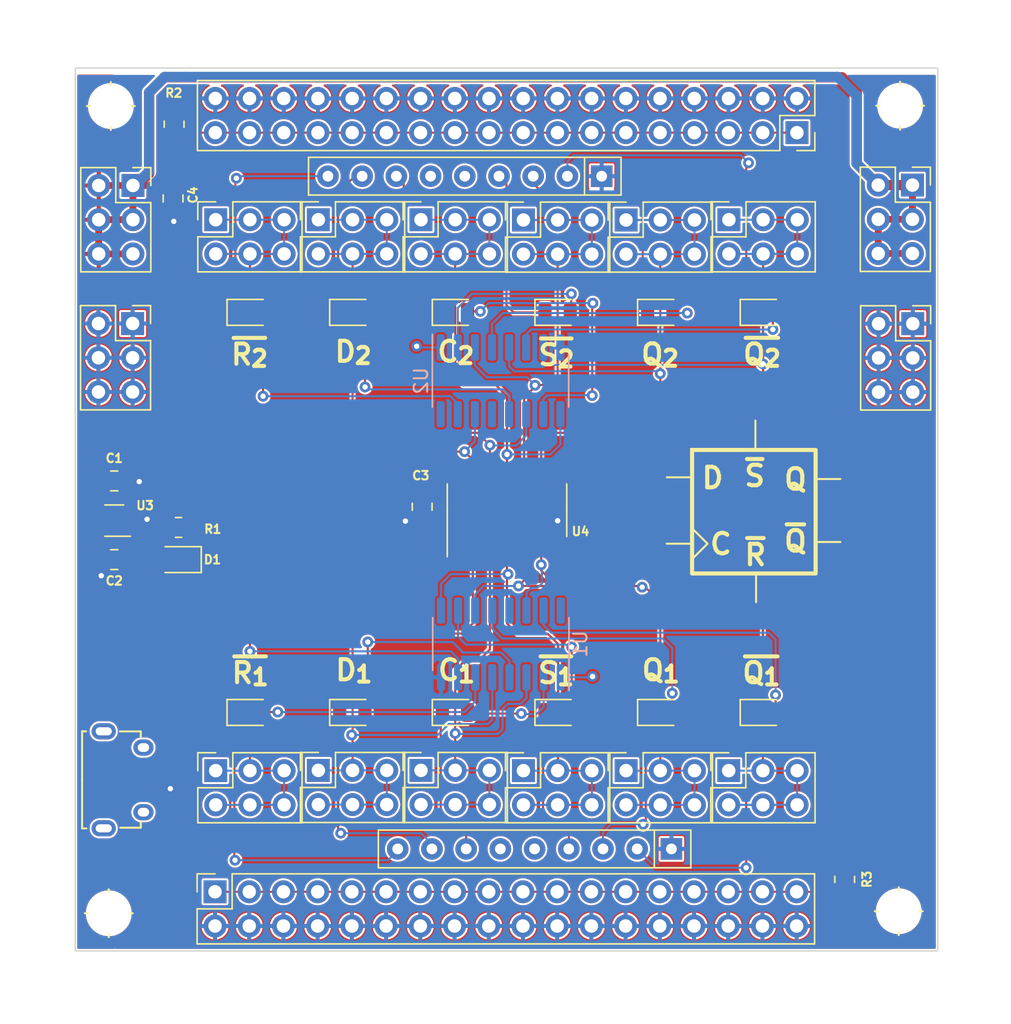
<source format=kicad_pcb>
(kicad_pcb (version 20211014) (generator pcbnew)
  (layers (0 "F.Cu" signal) (31 "B.Cu" signal) (34 "B.Paste" user) (35 "F.Paste" user) (36 "B.SilkS" user "B.Silkscreen") (37 "F.SilkS" user "F.Silkscreen") (38 "B.Mask" user) (39 "F.Mask" user) (44 "Edge.Cuts" user))
  (net 0 "")
  (net 1 "VDD_IN")
  (net 2 "GND")
  (net 3 "VDD")
  (net 4 "A1")
  (net 5 "B1")
  (net 6 "C1")
  (net 7 "A2")
  (net 8 "B2")
  (net 9 "C2")
  (net 10 "A3")
  (net 11 "B3")
  (net 12 "C3")
  (net 13 "A4")
  (net 14 "B4")
  (net 15 "C4")
  (net 16 "Net-(D1-Pad1)")
  (net 17 "Net-(D2-Pad2)")
  (net 18 "Net-(D4-Pad2)")
  (net 19 "Net-(D6-Pad2)")
  (net 23 "Net-(J8-Pad1)")
  (net 24 "Net-(J9-Pad1)")
  (net 26 "Net-(D2-Pad1)")
  (net 27 "Net-(D4-Pad1)")
  (net 28 "Net-(D6-Pad1)")
  (net 29 "Net-(D3-Pad2)")
  (net 30 "Net-(D5-Pad2)")
  (net 31 "Net-(D3-Pad1)")
  (net 32 "Net-(D7-Pad2)")
  (net 33 "Net-(D5-Pad1)")
  (net 34 "Net-(D8-Pad2)")
  (net 35 "Net-(D7-Pad1)")
  (net 36 "Net-(D9-Pad2)")
  (net 37 "Net-(D10-Pad2)")
  (net 38 "Net-(D12-Pad2)")
  (net 39 "Net-(D11-Pad2)")
  (net 40 "Net-(D13-Pad1)")
  (net 41 "Net-(D11-Pad1)")
  (net 42 "Net-(D13-Pad2)")
  (net 43 "Net-(D8-Pad1)")
  (net 44 "Net-(D9-Pad1)")
  (net 45 "Net-(D10-Pad1)")
  (net 46 "Net-(D12-Pad1)")
  (footprint "Capacitor_SMD:C_0805_2012Metric" (layer "F.Cu") (at 126.5936 87.185802)
    (fp_text reference "C2")
    (fp_text value "10uF")
  )
  (footprint "mylib:hole_3mm" (layer "F.Cu") (at 126.1872 113.4364)
    (fp_text reference "")
    (fp_text value "hole_3mm")
  )
  (footprint "Connector_PinSocket_2.54mm:PinSocket_2x03_P2.54mm_Vertical" (layer "F.Cu") (at 185.8772 69.6722)
    (fp_text reference "J13" hide)
    (fp_text value "Conn_02x03_Odd_Even")
  )
  (footprint "Connector_PinSocket_2.54mm:PinSocket_2x03_P2.54mm_Vertical" (layer "F.Cu") (at 141.747011 102.829995 90)
    (fp_text reference "J6" hide)
    (fp_text value "Conn_02x03_Odd_Even")
  )
  (footprint "Capacitor_SMD:C_0805_2012Metric" (layer "F.Cu") (at 149.4536 83.2612 -90)
    (fp_text reference "C3")
    (fp_text value "100nF")
  )
  (footprint "Connector_PinSocket_2.54mm:PinSocket_2x03_P2.54mm_Vertical" (layer "F.Cu") (at 141.747011 61.95601 90)
    (fp_text reference "J3" hide)
    (fp_text value "Conn_02x03_Odd_Even")
  )
  (footprint "Capacitor_SMD:C_0805_2012Metric" (layer "F.Cu") (at 126.5936 81.343802)
    (fp_text reference "C1")
    (fp_text value "100nF")
  )
  (footprint "LED_SMD:LED_0805_2012Metric" (layer "F.Cu") (at 174.752 68.834)
    (fp_text reference "D12" hide)
    (fp_text value "LED_Small")
  )
  (footprint "Resistor_THT:R_Array_SIP9" (layer "F.Cu") (at 162.7782 58.7248 180)
    (fp_text reference "RN2" hide)
    (fp_text value "1k")
  )
  (footprint "mylib:USB_METALTEX" (layer "F.Cu") (at 125.820145 103.5304 -90)
    (fp_text reference "J1" hide)
    (fp_text value "USB")
  )
  (footprint "Package_SO:SO-14_3.9x8.65mm_P1.27mm" (layer "F.Cu") (at 155.7528 83.5152 90)
    (fp_text reference "U4")
    (fp_text value "7474")
  )
  (footprint "Connector_PinSocket_2.54mm:PinSocket_2x03_P2.54mm_Vertical" (layer "F.Cu") (at 149.367011 102.829995 90)
    (fp_text reference "J10" hide)
    (fp_text value "Conn_02x03_Odd_Even")
  )
  (footprint "Resistor_SMD:R_0805_2012Metric_Pad1.20x1.40mm_HandSolder" (layer "F.Cu") (at 131.0386 54.864 -90)
    (fp_text reference "R2")
    (fp_text value "100")
  )
  (footprint "mylib:hole_3mm" (layer "F.Cu") (at 184.9374 53.4924)
    (fp_text reference "")
    (fp_text value "hole_3mm")
  )
  (footprint "LED_SMD:LED_0805_2012Metric" (layer "F.Cu") (at 144.272 68.834)
    (fp_text reference "D9" hide)
    (fp_text value "LED_Small")
  )
  (footprint "Connector_PinSocket_2.54mm:PinSocket_2x03_P2.54mm_Vertical" (layer "F.Cu") (at 156.972 102.85001 90)
    (fp_text reference "J14" hide)
    (fp_text value "Conn_02x03_Odd_Even")
  )
  (footprint "Connector_PinSocket_2.54mm:PinSocket_2x03_P2.54mm_Vertical" (layer "F.Cu") (at 185.85179 59.385211)
    (fp_text reference "J5" hide)
    (fp_text value "Conn_02x03_Odd_Even")
  )
  (footprint "Capacitor_SMD:C_0805_2012Metric" (layer "F.Cu") (at 130.9624 60.3758 90)
    (fp_text reference "C4")
    (fp_text value "10uF")
  )
  (footprint "Package_TO_SOT_SMD:SOT-353_SC-70-5" (layer "F.Cu") (at 126.5936 84.290202 180)
    (fp_text reference "U3")
    (fp_text value "FM5881A")
  )
  (footprint "Connector_PinSocket_2.54mm:PinSocket_2x03_P2.54mm_Vertical" (layer "F.Cu") (at 127.9598 69.6618)
    (fp_text reference "J12" hide)
    (fp_text value "Conn_02x03_Odd_Even")
  )
  (footprint "Connector_PinSocket_2.54mm:PinSocket_2x03_P2.54mm_Vertical" (layer "F.Cu") (at 172.227011 61.95601 90)
    (fp_text reference "J19" hide)
    (fp_text value "Conn_02x03_Odd_Even")
  )
  (footprint "Connector_PinSocket_2.54mm:PinSocket_2x03_P2.54mm_Vertical" (layer "F.Cu") (at 172.212 102.85001 90)
    (fp_text reference "J18" hide)
    (fp_text value "Conn_02x03_Odd_Even")
  )
  (footprint "Resistor_SMD:R_0805_2012Metric" (layer "F.Cu") (at 131.3688 84.798202 180)
    (fp_text reference "R1")
    (fp_text value "1k")
  )
  (footprint "Connector_PinSocket_2.54mm:PinSocket_2x03_P2.54mm_Vertical" (layer "F.Cu") (at 134.127011 102.85001 90)
    (fp_text reference "J2" hide)
    (fp_text value "Conn_02x03_Odd_Even")
  )
  (footprint "Connector_PinSocket_2.54mm:PinSocket_2x18_P2.54mm_Vertical" (layer "F.Cu") (at 177.276989 55.49359 -90)
    (fp_text reference "J8" hide)
    (fp_text value "Conn_02x18_Odd_Even")
  )
  (footprint "LED_SMD:LED_0805_2012Metric" (layer "F.Cu") (at 159.512 68.834)
    (fp_text reference "D10" hide)
    (fp_text value "LED_Small")
  )
  (footprint "LED_SMD:LED_0805_2012Metric" (layer "F.Cu") (at 136.652 98.53201)
    (fp_text reference "D2" hide)
    (fp_text value "LED_Small")
  )
  (footprint "Connector_PinSocket_2.54mm:PinSocket_2x03_P2.54mm_Vertical" (layer "F.Cu") (at 156.972 61.976 90)
    (fp_text reference "J17" hide)
    (fp_text value "Conn_02x03_Odd_Even")
  )
  (footprint "LED_SMD:LED_0805_2012Metric" (layer "F.Cu") (at 159.512 98.53201)
    (fp_text reference "D3" hide)
    (fp_text value "LED_Small")
  )
  (footprint "Resistor_SMD:R_0805_2012Metric_Pad1.20x1.40mm_HandSolder" (layer "F.Cu") (at 180.8226 110.9218 -90)
    (fp_text reference "R3")
    (fp_text value "100")
  )
  (footprint "LED_SMD:LED_0805_2012Metric" (layer "F.Cu") (at 136.652 68.834)
    (fp_text reference "D11" hide)
    (fp_text value "LED_Small")
  )
  (footprint "Connector_PinSocket_2.54mm:PinSocket_2x18_P2.54mm_Vertical" (layer "F.Cu") (at 134.076211 111.84161 90)
    (fp_text reference "J9" hide)
    (fp_text value "Conn_02x18_Odd_Even")
  )
  (footprint "mylib:hole_3mm" (layer "F.Cu") (at 184.8358 113.284)
    (fp_text reference "")
    (fp_text value "hole_3mm")
  )
  (footprint "LED_SMD:LED_0805_2012Metric" (layer "F.Cu") (at 151.892 68.834)
    (fp_text reference "D13" hide)
    (fp_text value "LED_Small")
  )
  (footprint "Connector_PinSocket_2.54mm:PinSocket_2x03_P2.54mm_Vertical" (layer "F.Cu") (at 164.592 61.976 90)
    (fp_text reference "J15" hide)
    (fp_text value "Conn_02x03_Odd_Even")
  )
  (footprint "LED_SMD:LED_0805_2012Metric" (layer "F.Cu") (at 131.3688 87.185805 180)
    (fp_text reference "D1")
    (fp_text value "LED_Small")
  )
  (footprint "Connector_PinSocket_2.54mm:PinSocket_2x03_P2.54mm_Vertical" (layer "F.Cu") (at 164.592 102.85001 90)
    (fp_text reference "J16" hide)
    (fp_text value "Conn_02x03_Odd_Even")
  )
  (footprint "Resistor_THT:R_Array_SIP9" (layer "F.Cu") (at 167.9598 108.6612 180)
    (fp_text reference "RN1" hide)
    (fp_text value "1k")
  )
  (footprint "Connector_PinSocket_2.54mm:PinSocket_2x03_P2.54mm_Vertical" (layer "F.Cu") (at 127.97979 59.415211)
    (fp_text reference "J4" hide)
    (fp_text value "Conn_02x03_Odd_Even")
  )
  (footprint "LED_SMD:LED_0805_2012Metric" (layer "F.Cu") (at 144.272 98.53201)
    (fp_text reference "D4" hide)
    (fp_text value "LED_Small")
  )
  (footprint "LED_SMD:LED_0805_2012Metric" (layer "F.Cu") (at 151.892 98.53201)
    (fp_text reference "D6" hide)
    (fp_text value "LED_Small")
  )
  (footprint "LED_SMD:LED_0805_2012Metric" (layer "F.Cu") (at 167.132 98.53201)
    (fp_text reference "D5" hide)
    (fp_text value "LED_Small")
  )
  (footprint "Connector_PinSocket_2.54mm:PinSocket_2x03_P2.54mm_Vertical" (layer "F.Cu") (at 134.127011 61.95601 90)
    (fp_text reference "J7" hide)
    (fp_text value "Conn_02x03_Odd_Even")
  )
  (footprint "mylib:hole_3mm" (layer "F.Cu") (at 126.3396 53.5178)
    (fp_text reference "")
    (fp_text value "hole_3mm")
  )
  (footprint "Connector_PinSocket_2.54mm:PinSocket_2x03_P2.54mm_Vertical" (layer "F.Cu") (at 149.367011 61.95601 90)
    (fp_text reference "J11" hide)
    (fp_text value "Conn_02x03_Odd_Even")
  )
  (footprint "LED_SMD:LED_0805_2012Metric" (layer "F.Cu") (at 167.132 68.834)
    (fp_text reference "D8" hide)
    (fp_text value "LED_Small")
  )
  (footprint "LED_SMD:LED_0805_2012Metric" (layer "F.Cu") (at 174.752 98.53201)
    (fp_text reference "D7" hide)
    (fp_text value "LED_Small")
  )
  (footprint "Package_SO:SOIC-16_3.9x9.9mm_P1.27mm" (layer "B.Cu") (at 155.2956 93.4466 90)
    (fp_text reference "U1")
    (fp_text value "4050")
  )
  (footprint "Package_SO:SOIC-16_3.9x9.9mm_P1.27mm" (layer "B.Cu") (at 155.2702 73.914 -90)
    (fp_text reference "U2")
    (fp_text value "4050")
  )
  (gr_line (start 169.4942 84.8614) (end 170.6372 86.0044) (layer "F.SilkS") (width 0.15))
  (gr_rect (start 169.4942 79.0448) (end 178.6636 88.2142) (layer "F.SilkS") (width 0.3048) (fill none))
  (gr_line (start 170.6372 86.0044) (end 169.4942 87.1474) (layer "F.SilkS") (width 0.15))
  (gr_line (start 178.6509 81.2038) (end 180.5051 81.2038) (layer "F.SilkS") (width 0.15))
  (gr_line (start 178.6509 85.8774) (end 180.5051 85.8774) (layer "F.SilkS") (width 0.15))
  (gr_line (start 167.6019 86.0044) (end 169.4561 86.0044) (layer "F.SilkS") (width 0.15))
  (gr_line (start 174.244 88.2142) (end 174.244 90.3478) (layer "F.SilkS") (width 0.15))
  (gr_line (start 167.6146 81.0768) (end 169.4688 81.0768) (layer "F.SilkS") (width 0.15))
  (gr_line (start 174.1932 76.8604) (end 174.1932 78.994) (layer "F.SilkS") (width 0.15))
  (gr_line (start 123.698 50.6984) (end 187.7314 50.6984) (layer "Edge.Cuts") (width 0.1))
  (gr_line (start 123.698 116.2304) (end 123.698 50.6984) (layer "Edge.Cuts") (width 0.1))
  (gr_line (start 187.7314 50.6984) (end 187.7314 116.2304) (layer "Edge.Cuts") (width 0.1))
  (gr_line (start 187.7314 116.2304) (end 123.698 116.2304) (layer "Edge.Cuts") (width 0.1))
  (gr_text "~{Q}" (at 177.165 85.8266) (layer "F.SilkS") (effects (font (size 1.524 1.524) (thickness 0.3048))))
  (gr_text "Q_{1}" (at 167.1574 95.3956) (layer "F.SilkS") (effects (font (size 1.5 1.5) (thickness 0.3))))
  (gr_text "~{S_{2}}" (at 159.4104 72.009) (layer "F.SilkS") (effects (font (size 1.5 1.5) (thickness 0.3))))
  (gr_text "~{S}" (at 174.1424 80.9752) (layer "F.SilkS") (effects (font (size 1.524 1.524) (thickness 0.3048))))
  (gr_text "C" (at 171.6278 86.0298) (layer "F.SilkS") (effects (font (size 1.524 1.524) (thickness 0.3048))))
  (gr_text "C_{1}" (at 151.9936 95.3956) (layer "F.SilkS") (effects (font (size 1.5 1.5) (thickness 0.3))))
  (gr_text "Q" (at 177.165 81.2292) (layer "F.SilkS") (effects (font (size 1.524 1.524) (thickness 0.3048))))
  (gr_text "~{S_{1}}" (at 159.385 95.6056) (layer "F.SilkS") (effects (font (size 1.5 1.5) (thickness 0.3))))
  (gr_text "~{R_{1}}" (at 136.6774 95.6056) (layer "F.SilkS") (effects (font (size 1.5 1.5) (thickness 0.3))))
  (gr_text "D_{1}" (at 144.3736 95.3956) (layer "F.SilkS") (effects (font (size 1.5 1.5) (thickness 0.3))))
  (gr_text "D" (at 171.0182 81.1276) (layer "F.SilkS") (effects (font (size 1.524 1.524) (thickness 0.3048))))
  (gr_text "~{Q_{1}}" (at 174.625 95.6056) (layer "F.SilkS") (effects (font (size 1.5 1.5) (thickness 0.3))))
  (gr_text "C_{2}" (at 151.9428 71.755) (layer "F.SilkS") (effects (font (size 1.5 1.5) (thickness 0.3))))
  (gr_text "~{Q_{2}}" (at 174.6758 71.9582) (layer "F.SilkS") (effects (font (size 1.5 1.5) (thickness 0.3))))
  (gr_text "Q_{2}" (at 167.1066 71.953552) (layer "F.SilkS") (effects (font (size 1.5 1.5) (thickness 0.3))))
  (gr_text "~{R_{2}}" (at 136.6266 71.965007) (layer "F.SilkS") (effects (font (size 1.5 1.5) (thickness 0.3))))
  (gr_text "~{R}" (at 174.1932 86.8426) (layer "F.SilkS") (effects (font (size 1.524 1.524) (thickness 0.3048))))
  (gr_text "D_{2}" (at 144.3228 71.755) (layer "F.SilkS") (effects (font (size 1.5 1.5) (thickness 0.3))))
  (segment (start 155.9306 90.9716) (end 155.9672 90.9716) (width 0.1524) (layer "B.Cu") (net 0))
  (segment (start 128.290789 59.415211) (end 127.97979 59.415211) (width 0.762) (layer "F.Cu") (net 1))
  (segment (start 129.1844 52.5272) (end 129.1844 58.5216) (width 0.762) (layer "F.Cu") (net 1))
  (segment (start 185.8518 61.9252) (end 185.8518 59.3852) (width 0.508) (layer "F.Cu") (net 1))
  (segment (start 125.4398 59.4152) (end 127.9798 59.4152) (width 0.508) (layer "F.Cu") (net 1))
  (segment (start 185.8518 61.9252) (end 183.3118 61.9252) (width 0.508) (layer "F.Cu") (net 1))
  (segment (start 128.48715 102.235) (end 127.0254 102.235) (width 0.3048) (layer "F.Cu") (net 1))
  (segment (start 183.3118 61.9252) (end 183.3118 64.4652) (width 0.508) (layer "F.Cu") (net 1))
  (segment (start 125.4398 61.9552) (end 125.4398 64.4952) (width 0.508) (layer "F.Cu") (net 1))
  (segment (start 127.9798 61.9552) (end 125.4398 61.9552) (width 0.508) (layer "F.Cu") (net 1))
  (segment (start 127.1016 102.235) (end 126.5936 101.727) (width 0.3048) (layer "F.Cu") (net 1))
  (segment (start 181.722 57.7954) (end 181.722 52.4868) (width 0.762) (layer "F.Cu") (net 1))
  (segment (start 126.7206 102.235) (end 126.492 102.0064) (width 0.3048) (layer "F.Cu") (net 1))
  (segment (start 185.8518 64.4652) (end 183.3118 64.4652) (width 0.508) (layer "F.Cu") (net 1))
  (segment (start 127.3302 102.235) (end 127.1016 102.235) (width 0.3048) (layer "F.Cu") (net 1))
  (segment (start 127.3302 102.235) (end 126.7206 102.235) (width 0.3048) (layer "F.Cu") (net 1))
  (segment (start 130.9518 59.4152) (end 130.9624 59.4258) (width 0.508) (layer "F.Cu") (net 1))
  (segment (start 181.722 52.4868) (end 180.6194 51.3842) (width 0.762) (layer "F.Cu") (net 1))
  (segment (start 129.1844 58.5216) (end 128.290789 59.415211) (width 0.762) (layer "F.Cu") (net 1))
  (segment (start 127.9798 59.4152) (end 127.9798 59.0246) (width 0.762) (layer "F.Cu") (net 1))
  (segment (start 125.8062 102.235) (end 125.7554 102.2858) (width 0.508) (layer "F.Cu") (net 1))
  (segment (start 183.3118 59.3852) (end 185.8518 59.3852) (width 0.762) (layer "F.Cu") (net 1))
  (segment (start 126.492 102.0064) (end 126.4666 101.981) (width 0.3048) (layer "F.Cu") (net 1))
  (segment (start 128.48715 102.235) (end 127.3302 102.235) (width 0.3048) (layer "F.Cu") (net 1))
  (segment (start 127.0254 102.235) (end 126.365 102.8954) (width 0.3048) (layer "F.Cu") (net 1))
  (segment (start 126.111 101.727) (end 126.0856 101.7524) (width 0.3048) (layer "F.Cu") (net 1))
  (segment (start 126.365 102.8954) (end 125.9332 102.8954) (width 0.3048) (layer "F.Cu") (net 1))
  (segment (start 130.3274 51.3842) (end 129.1844 52.5272) (width 0.762) (layer "F.Cu") (net 1))
  (segment (start 131.191 51.3842) (end 130.3274 51.3842) (width 0.762) (layer "F.Cu") (net 1))
  (segment (start 127.9798 59.4152) (end 130.9518 59.4152) (width 0.508) (layer "F.Cu") (net 1))
  (segment (start 125.4398 64.4952) (end 127.9798 64.4952) (width 0.508) (layer "F.Cu") (net 1))
  (segment (start 126.4666 101.981) (end 126.1364 101.981) (width 0.3048) (layer "F.Cu") (net 1))
  (segment (start 131.191 51.3842) (end 180.6194 51.3842) (width 0.762) (layer "F.Cu") (net 1))
  (segment (start 127.9798 59.4152) (end 127.9798 61.9552) (width 0.508) (layer "F.Cu") (net 1))
  (segment (start 127.1016 102.235) (end 126.7206 102.235) (width 0.3048) (layer "F.Cu") (net 1))
  (segment (start 128.487145 102.235) (end 125.8062 102.235) (width 0.3048) (layer "F.Cu") (net 1))
  (segment (start 181.722 57.7954) (end 183.3118 59.3852) (width 0.762) (layer "F.Cu") (net 1))
  (segment (start 126.5936 101.727) (end 126.111 101.727) (width 0.3048) (layer "F.Cu") (net 1))
  (segment (start 126.7206 102.235) (end 126.5174 102.4382) (width 0.3048) (layer "F.Cu") (net 1))
  (segment (start 129.1844 52.5018) (end 129.1844 58.3692) (width 0.762) (layer "B.Cu") (net 1))
  (segment (start 129.1844 58.3692) (end 128.138389 59.415211) (width 0.762) (layer "B.Cu") (net 1))
  (segment (start 128.138389 59.415211) (end 127.97979 59.415211) (width 0.762) (layer "B.Cu") (net 1))
  (segment (start 181.6966 57.77) (end 181.6966 52.7408) (width 0.762) (layer "B.Cu") (net 1))
  (segment (start 127.9798 59.4152) (end 127.9798 59.0246) (width 0.762) (layer "B.Cu") (net 1))
  (segment (start 130.3274 51.3588) (end 129.1844 52.5018) (width 0.762) (layer "B.Cu") (net 1))
  (segment (start 181.6966 57.77) (end 183.3118 59.3852) (width 0.762) (layer "B.Cu") (net 1))
  (segment (start 181.6966 52.7408) (end 180.3146 51.3588) (width 0.762) (layer "B.Cu") (net 1))
  (segment (start 131.9784 51.3588) (end 130.3274 51.3588) (width 0.762) (layer "B.Cu") (net 1))
  (segment (start 131.9784 51.3588) (end 180.3146 51.3588) (width 0.762) (layer "B.Cu") (net 1))
  (segment (start 130.9624 62.0268) (end 131.0132 62.0776) (width 0.508) (layer "F.Cu") (net 2))
  (segment (start 128.9558 84.290202) (end 128.9558 84.264802) (width 0.508) (layer "F.Cu") (net 2))
  (segment (start 128.9558 84.290202) (end 129.9483 84.290202) (width 0.508) (layer "F.Cu") (net 2))
  (segment (start 149.4536 84.2112) (end 148.3258 84.2112) (width 0.508) (layer "F.Cu") (net 2))
  (segment (start 128.48715 104.185) (end 130.7534 104.185) (width 0.508) (layer "F.Cu") (net 2))
  (segment (start 130.9624 61.3258) (end 130.9624 62.0268) (width 0.508) (layer "F.Cu") (net 2))
  (segment (start 127.5436 81.343802) (end 128.397 81.343802) (width 0.508) (layer "F.Cu") (net 2))
  (segment (start 159.5628 84.3534) (end 159.512 84.3026) (width 0.508) (layer "F.Cu") (net 2))
  (segment (start 127.543611 84.290202) (end 128.9558 84.290202) (width 0.508) (layer "F.Cu") (net 2))
  (segment (start 159.5628 85.990201) (end 159.5628 84.3534) (width 0.508) (layer "F.Cu") (net 2))
  (segment (start 128.9558 84.264802) (end 129.032 84.188602) (width 0.508) (layer "F.Cu") (net 2))
  (segment (start 129.9483 84.290202) (end 130.4563 84.798202) (width 0.508) (layer "F.Cu") (net 2))
  (segment (start 125.6436 88.364402) (end 125.6284 88.379602) (width 0.508) (layer "F.Cu") (net 2))
  (segment (start 128.397 81.343802) (end 128.4478 81.394602) (width 0.508) (layer "F.Cu") (net 2))
  (segment (start 148.3258 84.2112) (end 148.209 84.328) (width 0.508) (layer "F.Cu") (net 2))
  (segment (start 130.7534 104.185) (end 130.7592 104.1908) (width 0.508) (layer "F.Cu") (net 2))
  (segment (start 125.6436 87.185802) (end 125.6436 88.364402) (width 0.508) (layer "F.Cu") (net 2))
  (via (at 125.6284 88.379602) (size 0.8) (drill 0.4) (layers "F.Cu" "B.Cu") (net 2))
  (via (at 129.032 84.188602) (size 0.8) (drill 0.4) (layers "F.Cu" "B.Cu") (net 2))
  (via (at 159.512 84.3026) (size 0.8) (drill 0.4) (layers "F.Cu" "B.Cu") (net 2))
  (via (at 130.7592 104.1908) (size 0.8) (drill 0.4) (layers "F.Cu" "B.Cu") (net 2))
  (via (at 131.0132 62.0776) (size 0.8) (drill 0.4) (layers "F.Cu" "B.Cu") (net 2))
  (via (at 128.4478 81.394602) (size 0.8) (drill 0.4) (layers "F.Cu" "B.Cu") (net 2))
  (via (at 148.209 84.328) (size 0.8) (drill 0.4) (layers "F.Cu" "B.Cu") (net 2))
  (via (at 149.0472 71.3486) (size 0.8) (drill 0.4) (layers "F.Cu" "B.Cu") (net 3))
  (via (at 162.1028 95.8596) (size 0.8) (drill 0.4) (layers "F.Cu" "B.Cu") (net 3))
  (segment (start 162.040799 95.921601) (end 162.1028 95.8596) (width 0.1524) (layer "B.Cu") (net 3))
  (segment (start 159.7406 95.921601) (end 162.040799 95.921601) (width 0.1524) (layer "B.Cu") (net 3))
  (segment (start 150.8252 71.438999) (end 149.137599 71.438999) (width 0.1524) (layer "B.Cu") (net 3))
  (segment (start 149.137599 71.438999) (end 149.0472 71.3486) (width 0.1524) (layer "B.Cu") (net 3))
  (segment (start 151.9428 85.9902) (end 151.9062 85.9536) (width 0.1524) (layer "F.Cu") (net 4))
  (segment (start 136.667 87.0308) (end 136.667 93.995) (width 0.1524) (layer "F.Cu") (net 4))
  (segment (start 137.7442 85.9536) (end 136.667 87.0308) (width 0.1524) (layer "F.Cu") (net 4))
  (segment (start 136.667 93.995) (end 136.667 102.85) (width 0.1524) (layer "F.Cu") (net 4))
  (segment (start 151.9062 85.9536) (end 137.7442 85.9536) (width 0.1524) (layer "F.Cu") (net 4))
  (via (at 136.667 93.995) (size 0.8) (drill 0.4) (layers "F.Cu" "B.Cu") (net 4))
  (segment (start 136.667 105.39) (end 139.207 105.39) (width 0.1524) (layer "B.Cu") (net 4))
  (segment (start 152.1206 94.53032) (end 151.58528 93.995) (width 0.1524) (layer "B.Cu") (net 4))
  (segment (start 139.207 105.39) (end 139.207 102.85) (width 0.1524) (layer "B.Cu") (net 4))
  (segment (start 134.127 105.39) (end 136.667 105.39) (width 0.1524) (layer "B.Cu") (net 4))
  (segment (start 151.58528 93.995) (end 136.667 93.995) (width 0.1524) (layer "B.Cu") (net 4))
  (segment (start 152.1206 95.9216) (end 152.1206 94.53032) (width 0.1524) (layer "B.Cu") (net 4))
  (segment (start 134.127 102.85) (end 136.667 102.85) (width 0.1524) (layer "B.Cu") (net 4))
  (segment (start 136.667 102.85) (end 139.207 102.85) (width 0.1524) (layer "B.Cu") (net 4))
  (segment (start 144.287 93.327836) (end 144.287 102.83) (width 0.1524) (layer "F.Cu") (net 5))
  (segment (start 153.2128 91.9179) (end 152.457396 92.673304) (width 0.1524) (layer "F.Cu") (net 5))
  (segment (start 152.457396 92.673304) (end 144.941532 92.673304) (width 0.1524) (layer "F.Cu") (net 5))
  (segment (start 153.2128 85.9902) (end 153.2128 91.9179) (width 0.1524) (layer "F.Cu") (net 5))
  (segment (start 144.941532 92.673304) (end 144.287 93.327836) (width 0.1524) (layer "F.Cu") (net 5))
  (via (at 144.2212 100.203) (size 0.8) (drill 0.4) (layers "F.Cu" "B.Cu") (net 5))
  (segment (start 154.6606 99.06) (end 154.331929 99.388671) (width 0.1524) (layer "B.Cu") (net 5))
  (segment (start 151.433271 99.388671) (end 150.618942 100.203) (width 0.1524) (layer "B.Cu") (net 5))
  (segment (start 146.827 105.37) (end 144.287 105.37) (width 0.1524) (layer "B.Cu") (net 5))
  (segment (start 141.747 102.83) (end 144.287 102.83) (width 0.1524) (layer "B.Cu") (net 5))
  (segment (start 144.287 105.37) (end 141.747 105.37) (width 0.1524) (layer "B.Cu") (net 5))
  (segment (start 150.618942 100.203) (end 144.2212 100.203) (width 0.1524) (layer "B.Cu") (net 5))
  (segment (start 144.287 102.83) (end 146.827 102.83) (width 0.1524) (layer "B.Cu") (net 5))
  (segment (start 146.827 102.83) (end 146.827 105.37) (width 0.1524) (layer "B.Cu") (net 5))
  (segment (start 154.331929 99.388671) (end 151.433271 99.388671) (width 0.1524) (layer "B.Cu") (net 5))
  (segment (start 154.6606 95.9216) (end 154.6606 99.06) (width 0.1524) (layer "B.Cu") (net 5))
  (segment (start 154.4828 93.849232) (end 153.591916 94.740116) (width 0.1524) (layer "F.Cu") (net 6))
  (segment (start 152.570893 94.740116) (end 151.907 95.404009) (width 0.1524) (layer "F.Cu") (net 6))
  (segment (start 151.907 95.404009) (end 151.907 102.83) (width 0.1524) (layer "F.Cu") (net 6))
  (segment (start 153.591916 94.740116) (end 152.570893 94.740116) (width 0.1524) (layer "F.Cu") (net 6))
  (segment (start 154.4828 85.9902) (end 154.4828 93.849232) (width 0.1524) (layer "F.Cu") (net 6))
  (via (at 151.907 100.0864) (size 0.8) (drill 0.4) (layers "F.Cu" "B.Cu") (net 6))
  (segment (start 155.4226 99.7712) (end 155.067 100.1268) (width 0.1524) (layer "B.Cu") (net 6))
  (segment (start 149.367 102.83) (end 151.907 102.83) (width 0.1524) (layer "B.Cu") (net 6))
  (segment (start 154.447 105.37) (end 151.907 105.37) (width 0.1524) (layer "B.Cu") (net 6))
  (segment (start 155.067 100.1268) (end 151.9474 100.1268) (width 0.1524) (layer "B.Cu") (net 6))
  (segment (start 155.795869 97.899331) (end 155.4226 98.2726) (width 0.1524) (layer "B.Cu") (net 6))
  (segment (start 149.367 105.37) (end 151.907 105.37) (width 0.1524) (layer "B.Cu") (net 6))
  (segment (start 157.2006 97.449654) (end 156.750923 97.899331) (width 0.1524) (layer "B.Cu") (net 6))
  (segment (start 151.907 102.83) (end 154.447 102.83) (width 0.1524) (layer "B.Cu") (net 6))
  (segment (start 155.4226 98.2726) (end 155.4226 99.7712) (width 0.1524) (layer "B.Cu") (net 6))
  (segment (start 156.750923 97.899331) (end 155.795869 97.899331) (width 0.1524) (layer "B.Cu") (net 6))
  (segment (start 154.447 102.83) (end 154.447 105.37) (width 0.1524) (layer "B.Cu") (net 6))
  (segment (start 151.9474 100.1268) (end 151.907 100.0864) (width 0.1524) (layer "B.Cu") (net 6))
  (segment (start 157.2006 95.9216) (end 157.2006 97.449654) (width 0.1524) (layer "B.Cu") (net 6))
  (segment (start 159.540916 93.450116) (end 159.540916 102.821084) (width 0.1524) (layer "F.Cu") (net 7))
  (segment (start 155.7528 91.926325) (end 156.518879 92.692404) (width 0.1524) (layer "F.Cu") (net 7))
  (segment (start 156.518879 92.692404) (end 158.783204 92.692404) (width 0.1524) (layer "F.Cu") (net 7))
  (segment (start 155.7528 85.9902) (end 155.7528 91.926325) (width 0.1524) (layer "F.Cu") (net 7))
  (segment (start 159.540916 102.821084) (end 159.512 102.85) (width 0.1524) (layer "F.Cu") (net 7))
  (segment (start 158.783204 92.692404) (end 159.540916 93.450116) (width 0.1524) (layer "F.Cu") (net 7))
  (via (at 155.829 88.265) (size 0.8) (drill 0.4) (layers "F.Cu" "B.Cu") (net 7))
  (segment (start 150.8506 88.988597) (end 151.574197 88.265) (width 0.1524) (layer "B.Cu") (net 7))
  (segment (start 156.972 102.85) (end 159.512 102.85) (width 0.1524) (layer "B.Cu") (net 7))
  (segment (start 159.512 102.85) (end 162.052 102.85) (width 0.1524) (layer "B.Cu") (net 7))
  (segment (start 159.512 105.39) (end 162.052 105.39) (width 0.1524) (layer "B.Cu") (net 7))
  (segment (start 156.972 105.39) (end 159.512 105.39) (width 0.1524) (layer "B.Cu") (net 7))
  (segment (start 162.052 102.85) (end 162.052 105.39) (width 0.1524) (layer "B.Cu") (net 7))
  (segment (start 150.8506 90.9716) (end 150.8506 88.988597) (width 0.1524) (layer "B.Cu") (net 7))
  (segment (start 151.574197 88.265) (end 155.829 88.265) (width 0.1524) (layer "B.Cu") (net 7))
  (segment (start 156.6037 89.1413) (end 165.6969 89.1413) (width 0.1524) (layer "F.Cu") (net 8))
  (segment (start 165.7858 89.2302) (end 166.0144 89.2302) (width 0.1524) (layer "F.Cu") (net 8))
  (segment (start 157.0228 85.9902) (end 157.0228 88.7222) (width 0.1524) (layer "F.Cu") (net 8))
  (segment (start 165.6969 89.1413) (end 165.7858 89.2302) (width 0.1524) (layer "F.Cu") (net 8))
  (segment (start 157.0228 88.7222) (end 156.6037 89.1413) (width 0.1524) (layer "F.Cu") (net 8))
  (segment (start 166.0144 89.2302) (end 167.132 90.3478) (width 0.1524) (layer "F.Cu") (net 8))
  (segment (start 167.132 90.3478) (end 167.132 102.85) (width 0.1524) (layer "F.Cu") (net 8))
  (via (at 165.7858 89.2302) (size 0.8) (drill 0.4) (layers "F.Cu" "B.Cu") (net 8))
  (via (at 156.6037 89.1413) (size 0.8) (drill 0.4) (layers "F.Cu" "B.Cu") (net 8))
  (segment (start 164.592 102.85) (end 167.132 102.85) (width 0.1524) (layer "B.Cu") (net 8))
  (segment (start 169.672 102.85) (end 167.132 102.85) (width 0.1524) (layer "B.Cu") (net 8))
  (segment (start 169.672 105.39) (end 167.132 105.39) (width 0.1524) (layer "B.Cu") (net 8))
  (segment (start 167.132 105.39) (end 164.592 105.39) (width 0.1524) (layer "B.Cu") (net 8))
  (segment (start 153.3906 89.77224) (end 154.02154 89.1413) (width 0.1524) (layer "B.Cu") (net 8))
  (segment (start 165.6969 89.1413) (end 165.7858 89.2302) (width 0.1524) (layer "B.Cu") (net 8))
  (segment (start 153.3906 90.9716) (end 153.3906 89.77224) (width 0.1524) (layer "B.Cu") (net 8))
  (segment (start 154.02154 89.1413) (end 156.6037 89.1413) (width 0.1524) (layer "B.Cu") (net 8))
  (segment (start 169.672 102.85) (end 169.672 105.39) (width 0.1524) (layer "B.Cu") (net 8))
  (segment (start 174.752 89.477177) (end 174.752 102.85) (width 0.1524) (layer "F.Cu") (net 9))
  (segment (start 173.683691 88.408868) (end 174.752 89.477177) (width 0.1524) (layer "F.Cu") (net 9))
  (segment (start 158.702719 88.408868) (end 173.683691 88.408868) (width 0.1524) (layer "F.Cu") (net 9))
  (segment (start 158.2928 85.9902) (end 158.2928 87.566128) (width 0.1524) (layer "F.Cu") (net 9))
  (segment (start 158.2928 87.566128) (end 158.2928 87.998949) (width 0.1524) (layer "F.Cu") (net 9))
  (segment (start 158.2928 87.998949) (end 158.702719 88.408868) (width 0.1524) (layer "F.Cu") (net 9))
  (via (at 158.2928 87.566128) (size 0.8) (drill 0.4) (layers "F.Cu" "B.Cu") (net 9))
  (segment (start 158.3436 87.616928) (end 158.2928 87.566128) (width 0.1524) (layer "B.Cu") (net 9))
  (segment (start 158.0134 89.281) (end 158.3436 88.9508) (width 0.1524) (layer "B.Cu") (net 9))
  (segment (start 177.292 102.85) (end 177.292 105.39) (width 0.1524) (layer "B.Cu") (net 9))
  (segment (start 174.752 105.39) (end 172.212 105.39) (width 0.1524) (layer "B.Cu") (net 9))
  (segment (start 158.3436 88.9508) (end 158.3436 87.616928) (width 0.1524) (layer "B.Cu") (net 9))
  (segment (start 174.752 102.85) (end 177.292 102.85) (width 0.1524) (layer "B.Cu") (net 9))
  (segment (start 157.2006 90.9716) (end 157.2006 89.601336) (width 0.1524) (layer "B.Cu") (net 9))
  (segment (start 177.292 105.39) (end 174.752 105.39) (width 0.1524) (layer "B.Cu") (net 9))
  (segment (start 172.212 102.85) (end 174.752 102.85) (width 0.1524) (layer "B.Cu") (net 9))
  (segment (start 157.520936 89.281) (end 158.0134 89.281) (width 0.1524) (layer "B.Cu") (net 9))
  (segment (start 157.2006 89.601336) (end 157.520936 89.281) (width 0.1524) (layer "B.Cu") (net 9))
  (segment (start 158.2928 78.57333) (end 158.2928 81.0402) (width 0.1524) (layer "F.Cu") (net 10))
  (segment (start 167.132 64.516) (end 167.132 73.3806) (width 0.1524) (layer "F.Cu") (net 10))
  (segment (start 167.132 76.4286) (end 165.7858 77.7748) (width 0.1524) (layer "F.Cu") (net 10))
  (segment (start 159.09133 77.7748) (end 158.2928 78.57333) (width 0.1524) (layer "F.Cu") (net 10))
  (segment (start 167.132 73.3806) (end 167.132 76.4286) (width 0.1524) (layer "F.Cu") (net 10))
  (segment (start 165.7858 77.7748) (end 159.09133 77.7748) (width 0.1524) (layer "F.Cu") (net 10))
  (via (at 167.132 73.3806) (size 0.8) (drill 0.4) (layers "F.Cu" "B.Cu") (net 10))
  (segment (start 156.284763 73.201363) (end 166.952763 73.201363) (width 0.1524) (layer "B.Cu") (net 10))
  (segment (start 166.952763 73.201363) (end 167.132 73.3806) (width 0.1524) (layer "B.Cu") (net 10))
  (segment (start 164.592 61.976) (end 167.132 61.976) (width 0.1524) (layer "B.Cu") (net 10))
  (segment (start 155.9052 72.8218) (end 156.284763 73.201363) (width 0.1524) (layer "B.Cu") (net 10))
  (segment (start 155.9052 71.439) (end 155.9052 72.8218) (width 0.1524) (layer "B.Cu") (net 10))
  (segment (start 167.132 64.516) (end 164.592 64.516) (width 0.1524) (layer "B.Cu") (net 10))
  (segment (start 169.672 64.516) (end 167.132 64.516) (width 0.1524) (layer "B.Cu") (net 10))
  (segment (start 169.672 61.976) (end 169.672 64.516) (width 0.1524) (layer "B.Cu") (net 10))
  (segment (start 167.132 61.976) (end 169.672 61.976) (width 0.1524) (layer "B.Cu") (net 10))
  (segment (start 159.512 73.657197) (end 159.512 64.516) (width 0.1524) (layer "F.Cu") (net 11))
  (segment (start 157.0228 81.0402) (end 157.0228 75.153799) (width 0.1524) (layer "F.Cu") (net 11))
  (segment (start 158.953282 74.215915) (end 159.512 73.657197) (width 0.1524) (layer "F.Cu") (net 11))
  (segment (start 157.960684 74.215915) (end 158.953282 74.215915) (width 0.1524) (layer "F.Cu") (net 11))
  (segment (start 157.0228 75.153799) (end 157.960684 74.215915) (width 0.1524) (layer "F.Cu") (net 11))
  (via (at 157.8356 74.2442) (size 0.8) (drill 0.4) (layers "F.Cu" "B.Cu") (net 11))
  (segment (start 162.052 64.516) (end 159.512 64.516) (width 0.1524) (layer "B.Cu") (net 11))
  (segment (start 157.238637 73.647237) (end 157.8356 74.2442) (width 0.1524) (layer "B.Cu") (net 11))
  (segment (start 162.052 61.976) (end 162.052 64.516) (width 0.1524) (layer "B.Cu") (net 11))
  (segment (start 153.3398 72.734896) (end 154.252141 73.647237) (width 0.1524) (layer "B.Cu") (net 11))
  (segment (start 159.512 61.976) (end 162.052 61.976) (width 0.1524) (layer "B.Cu") (net 11))
  (segment (start 153.3652 71.439) (end 153.3652 71.678742) (width 0.1524) (layer "B.Cu") (net 11))
  (segment (start 153.3652 71.678742) (end 153.3398 71.704142) (width 0.1524) (layer "B.Cu") (net 11))
  (segment (start 156.972 61.976) (end 159.512 61.976) (width 0.1524) (layer "B.Cu") (net 11))
  (segment (start 159.512 64.516) (end 156.972 64.516) (width 0.1524) (layer "B.Cu") (net 11))
  (segment (start 154.252141 73.647237) (end 157.238637 73.647237) (width 0.1524) (layer "B.Cu") (net 11))
  (segment (start 153.3398 71.704142) (end 153.3398 72.734896) (width 0.1524) (layer "B.Cu") (net 11))
  (segment (start 173.1264 81.1276) (end 159.6502 81.1276) (width 0.1524) (layer "F.Cu") (net 12))
  (segment (start 174.767 79.487) (end 173.1264 81.1276) (width 0.1524) (layer "F.Cu") (net 12))
  (segment (start 174.767 64.496) (end 174.767 72.659) (width 0.1524) (layer "F.Cu") (net 12))
  (segment (start 174.767 72.659) (end 174.767 79.487) (width 0.1524) (layer "F.Cu") (net 12))
  (segment (start 159.6502 81.1276) (end 159.5628 81.0402) (width 0.1524) (layer "F.Cu") (net 12))
  (via (at 174.767 72.659) (size 0.8) (drill 0.4) (layers "F.Cu" "B.Cu") (net 12))
  (segment (start 172.227 61.956) (end 174.767 61.956) (width 0.1524) (layer "B.Cu") (net 12))
  (segment (start 174.767 64.496) (end 172.227 64.496) (width 0.1524) (layer "B.Cu") (net 12))
  (segment (start 158.4452 71.439) (end 158.4452 72.431936) (width 0.1524) (layer "B.Cu") (net 12))
  (segment (start 158.4452 72.431936) (end 158.743747 72.730483) (width 0.1524) (layer "B.Cu") (net 12))
  (segment (start 174.767 61.956) (end 177.307 61.956) (width 0.1524) (layer "B.Cu") (net 12))
  (segment (start 174.695517 72.730483) (end 174.767 72.659) (width 0.1524) (layer "B.Cu") (net 12))
  (segment (start 177.307 61.956) (end 177.307 64.496) (width 0.1524) (layer "B.Cu") (net 12))
  (segment (start 177.307 64.496) (end 174.767 64.496) (width 0.1524) (layer "B.Cu") (net 12))
  (segment (start 158.743747 72.730483) (end 174.695517 72.730483) (width 0.1524) (layer "B.Cu") (net 12))
  (segment (start 154.4828 81.0402) (end 154.4828 78.6892) (width 0.1524) (layer "F.Cu") (net 13))
  (segment (start 153.5684 77.7748) (end 145.0594 77.7748) (width 0.1524) (layer "F.Cu") (net 13))
  (segment (start 144.287 77.0024) (end 144.287 64.496) (width 0.1524) (layer "F.Cu") (net 13))
  (segment (start 154.4828 78.6892) (end 153.5684 77.7748) (width 0.1524) (layer "F.Cu") (net 13))
  (segment (start 145.0594 77.7748) (end 144.287 77.0024) (width 0.1524) (layer "F.Cu") (net 13))
  (via (at 154.4828 78.6892) (size 0.8) (drill 0.4) (layers "F.Cu" "B.Cu") (net 13))
  (segment (start 146.827 64.496) (end 144.287 64.496) (width 0.1524) (layer "B.Cu") (net 13))
  (segment (start 154.5082 78.7146) (end 154.4828 78.6892) (width 0.1524) (layer "B.Cu") (net 13))
  (segment (start 146.827 61.956) (end 146.827 64.496) (width 0.1524) (layer "B.Cu") (net 13))
  (segment (start 157.1752 76.389) (end 157.1752 77.978) (width 0.1524) (layer "B.Cu") (net 13))
  (segment (start 144.287 61.956) (end 146.827 61.956) (width 0.1524) (layer "B.Cu") (net 13))
  (segment (start 156.4386 78.7146) (end 154.5082 78.7146) (width 0.1524) (layer "B.Cu") (net 13))
  (segment (start 157.1752 77.978) (end 156.4386 78.7146) (width 0.1524) (layer "B.Cu") (net 13))
  (segment (start 144.287 64.496) (end 141.747 64.496) (width 0.1524) (layer "B.Cu") (net 13))
  (segment (start 141.747 61.956) (end 144.287 61.956) (width 0.1524) (layer "B.Cu") (net 13))
  (segment (start 152.602879 79.1718) (end 153.2128 79.781721) (width 0.1524) (layer "F.Cu") (net 14))
  (segment (start 153.2128 79.781721) (end 153.2128 81.0402) (width 0.1524) (layer "F.Cu") (net 14))
  (segment (start 137.4648 79.1718) (end 152.602879 79.1718) (width 0.1524) (layer "F.Cu") (net 14))
  (segment (start 136.667 64.496) (end 136.667 78.374) (width 0.1524) (layer "F.Cu") (net 14))
  (segment (start 136.667 78.374) (end 137.4648 79.1718) (width 0.1524) (layer "F.Cu") (net 14))
  (via (at 152.602879 79.1718) (size 0.8) (drill 0.4) (layers "F.Cu" "B.Cu") (net 14))
  (segment (start 139.207 61.956) (end 139.207 64.496) (width 0.1524) (layer "B.Cu") (net 14))
  (segment (start 136.667 61.956) (end 139.207 61.956) (width 0.1524) (layer "B.Cu") (net 14))
  (segment (start 134.127 61.956) (end 136.667 61.956) (width 0.1524) (layer "B.Cu") (net 14))
  (segment (start 153.3652 78.409479) (end 152.602879 79.1718) (width 0.1524) (layer "B.Cu") (net 14))
  (segment (start 139.207 64.496) (end 136.667 64.496) (width 0.1524) (layer "B.Cu") (net 14))
  (segment (start 153.3652 76.389) (end 153.3652 78.409479) (width 0.1524) (layer "B.Cu") (net 14))
  (segment (start 136.667 64.496) (end 134.127 64.496) (width 0.1524) (layer "B.Cu") (net 14))
  (segment (start 155.7528 75.057) (end 155.7528 79.375) (width 0.1524) (layer "F.Cu") (net 15))
  (segment (start 155.7528 79.375) (end 155.7528 81.0402) (width 0.1524) (layer "F.Cu") (net 15))
  (segment (start 151.907 64.496) (end 151.907 73.6496) (width 0.1524) (layer "F.Cu") (net 15))
  (segment (start 154.94 74.2442) (end 155.7528 75.057) (width 0.1524) (layer "F.Cu") (net 15))
  (segment (start 152.5016 74.2442) (end 154.94 74.2442) (width 0.1524) (layer "F.Cu") (net 15))
  (segment (start 151.907 73.6496) (end 152.5016 74.2442) (width 0.1524) (layer "F.Cu") (net 15))
  (via (at 155.7528 79.375) (size 0.8) (drill 0.4) (layers "F.Cu" "B.Cu") (net 15))
  (segment (start 158.9786 79.375) (end 155.7528 79.375) (width 0.1524) (layer "B.Cu") (net 15))
  (segment (start 151.907 64.496) (end 149.367 64.496) (width 0.1524) (layer "B.Cu") (net 15))
  (segment (start 154.447 61.956) (end 154.447 64.496) (width 0.1524) (layer "B.Cu") (net 15))
  (segment (start 159.7152 78.6384) (end 158.9786 79.375) (width 0.1524) (layer "B.Cu") (net 15))
  (segment (start 151.907 61.956) (end 154.447 61.956) (width 0.1524) (layer "B.Cu") (net 15))
  (segment (start 149.367 61.956) (end 151.907 61.956) (width 0.1524) (layer "B.Cu") (net 15))
  (segment (start 159.7152 76.389) (end 159.7152 78.6384) (width 0.1524) (layer "B.Cu") (net 15))
  (segment (start 154.447 64.496) (end 151.907 64.496) (width 0.1524) (layer "B.Cu") (net 15))
  (segment (start 132.2813 84.798202) (end 132.2813 87.160802) (width 0.1524) (layer "F.Cu") (net 16))
  (segment (start 132.2813 87.160802) (end 132.3063 87.185802) (width 0.1524) (layer "F.Cu") (net 16))
  (segment (start 138.7348 98.5012) (end 137.6203 98.5012) (width 0.1524) (layer "F.Cu") (net 17))
  (segment (start 137.6203 98.5012) (end 137.5895 98.532) (width 0.1524) (layer "F.Cu") (net 17))
  (via (at 138.7348 98.5012) (size 0.8) (drill 0.4) (layers "F.Cu" "B.Cu") (net 17))
  (segment (start 153.3906 95.9216) (end 153.3906 97.7138) (width 0.1524) (layer "B.Cu") (net 17))
  (segment (start 152.6032 98.5012) (end 138.7348 98.5012) (width 0.1524) (layer "B.Cu") (net 17))
  (segment (start 153.3906 97.7138) (end 152.6032 98.5012) (width 0.1524) (layer "B.Cu") (net 17))
  (segment (start 145.415 98.3265) (end 145.2095 98.532) (width 0.1524) (layer "F.Cu") (net 18))
  (segment (start 145.415 93.301404) (end 145.415 98.3265) (width 0.1524) (layer "F.Cu") (net 18))
  (via (at 145.415 93.301404) (size 0.8) (drill 0.4) (layers "F.Cu" "B.Cu") (net 18))
  (segment (start 152.497044 94.0816) (end 151.716848 93.301404) (width 0.1524) (layer "B.Cu") (net 18))
  (segment (start 151.716848 93.301404) (end 145.415 93.301404) (width 0.1524) (layer "B.Cu") (net 18))
  (segment (start 155.314462 94.0816) (end 152.497044 94.0816) (width 0.1524) (layer "B.Cu") (net 18))
  (segment (start 155.9306 95.9216) (end 155.9306 94.697738) (width 0.1524) (layer "B.Cu") (net 18))
  (segment (start 155.9306 94.697738) (end 155.314462 94.0816) (width 0.1524) (layer "B.Cu") (net 18))
  (segment (start 156.812471 98.613299) (end 152.910799 98.613299) (width 0.1524) (layer "F.Cu") (net 19))
  (segment (start 152.910799 98.613299) (end 152.8295 98.532) (width 0.1524) (layer "F.Cu") (net 19))
  (via (at 156.812471 98.613299) (size 0.8) (drill 0.4) (layers "F.Cu" "B.Cu") (net 19))
  (segment (start 156.812471 98.613299) (end 156.852772 98.6536) (width 0.1524) (layer "B.Cu") (net 19))
  (segment (start 157.9372 98.6536) (end 158.4706 98.1202) (width 0.1524) (layer "B.Cu") (net 19))
  (segment (start 156.852772 98.6536) (end 157.9372 98.6536) (width 0.1524) (layer "B.Cu") (net 19))
  (segment (start 158.4706 98.1202) (end 158.4706 95.9216) (width 0.1524) (layer "B.Cu") (net 19))
  (segment (start 134.097 55.4936) (end 136.637 55.4936) (width 0.1524) (layer "F.Cu") (net 23))
  (segment (start 149.337 55.4936) (end 151.877 55.4936) (width 0.1524) (layer "F.Cu") (net 23))
  (segment (start 169.657 55.4936) (end 172.197 55.4936) (width 0.1524) (layer "F.Cu") (net 23))
  (segment (start 136.637 55.4936) (end 139.177 55.4936) (width 0.1524) (layer "F.Cu") (net 23))
  (segment (start 139.177 55.4936) (end 141.717 55.4936) (width 0.1524) (layer "F.Cu") (net 23))
  (segment (start 167.117 55.4936) (end 169.657 55.4936) (width 0.1524) (layer "F.Cu") (net 23))
  (segment (start 159.497 55.4936) (end 162.037 55.4936) (width 0.1524) (layer "F.Cu") (net 23))
  (segment (start 174.737 55.4936) (end 177.277 55.4936) (width 0.1524) (layer "F.Cu") (net 23))
  (segment (start 131.0386 55.864) (end 131.409 55.4936) (width 0.1524) (layer "F.Cu") (net 23))
  (segment (start 162.037 55.4936) (end 164.577 55.4936) (width 0.1524) (layer "F.Cu") (net 23))
  (segment (start 131.409 55.4936) (end 134.097 55.4936) (width 0.1524) (layer "F.Cu") (net 23))
  (segment (start 151.877 55.4936) (end 154.417 55.4936) (width 0.1524) (layer "F.Cu") (net 23))
  (segment (start 146.797 55.4936) (end 149.337 55.4936) (width 0.1524) (layer "F.Cu") (net 23))
  (segment (start 144.257 55.4936) (end 146.797 55.4936) (width 0.1524) (layer "F.Cu") (net 23))
  (segment (start 164.577 55.4936) (end 167.117 55.4936) (width 0.1524) (layer "F.Cu") (net 23))
  (segment (start 156.957 55.4936) (end 159.497 55.4936) (width 0.1524) (layer "F.Cu") (net 23))
  (segment (start 141.717 55.4936) (end 144.257 55.4936) (width 0.1524) (layer "F.Cu") (net 23))
  (segment (start 154.417 55.4936) (end 156.957 55.4936) (width 0.1524) (layer "F.Cu") (net 23))
  (segment (start 172.197 55.4936) (end 174.737 55.4936) (width 0.1524) (layer "F.Cu") (net 23))
  (segment (start 177.2562 111.8416) (end 180.7424 111.8416) (width 0.1524) (layer "F.Cu") (net 24))
  (segment (start 180.7424 111.8416) (end 180.8226 111.9218) (width 0.1524) (layer "F.Cu") (net 24))
  (segment (start 169.6362 111.8416) (end 172.1762 111.8416) (width 0.1524) (layer "F.Cu") (net 24))
  (segment (start 172.1762 111.8416) (end 174.7162 111.8416) (width 0.1524) (layer "F.Cu") (net 24))
  (segment (start 154.3962 111.8416) (end 156.9362 111.8416) (width 0.1524) (layer "F.Cu") (net 24))
  (segment (start 136.6162 111.8416) (end 139.1562 111.8416) (width 0.1524) (layer "F.Cu") (net 24))
  (segment (start 159.4762 111.8416) (end 162.0162 111.8416) (width 0.1524) (layer "F.Cu") (net 24))
  (segment (start 167.0962 111.8416) (end 169.6362 111.8416) (width 0.1524) (layer "F.Cu") (net 24))
  (segment (start 156.9362 111.8416) (end 159.4762 111.8416) (width 0.1524) (layer "F.Cu") (net 24))
  (segment (start 149.3162 111.8416) (end 151.8562 111.8416) (width 0.1524) (layer "F.Cu") (net 24))
  (segment (start 151.8562 111.8416) (end 154.3962 111.8416) (width 0.1524) (layer "F.Cu") (net 24))
  (segment (start 141.6962 111.8416) (end 144.2362 111.8416) (width 0.1524) (layer "F.Cu") (net 24))
  (segment (start 164.5562 111.8416) (end 167.0962 111.8416) (width 0.1524) (layer "F.Cu") (net 24))
  (segment (start 144.2362 111.8416) (end 146.7762 111.8416) (width 0.1524) (layer "F.Cu") (net 24))
  (segment (start 139.1562 111.8416) (end 141.6962 111.8416) (width 0.1524) (layer "F.Cu") (net 24))
  (segment (start 146.7762 111.8416) (end 149.3162 111.8416) (width 0.1524) (layer "F.Cu") (net 24))
  (segment (start 162.0162 111.8416) (end 164.5562 111.8416) (width 0.1524) (layer "F.Cu") (net 24))
  (segment (start 174.7162 111.8416) (end 177.2562 111.8416) (width 0.1524) (layer "F.Cu") (net 24))
  (segment (start 134.0762 111.8416) (end 136.6162 111.8416) (width 0.1524) (layer "F.Cu") (net 24))
  (segment (start 135.509 98.7375) (end 135.509 109.4486) (width 0.1524) (layer "F.Cu") (net 26))
  (segment (start 135.7145 98.532) (end 135.509 98.7375) (width 0.1524) (layer "F.Cu") (net 26))
  (segment (start 135.509 109.4486) (end 135.5598 109.4994) (width 0.1524) (layer "F.Cu") (net 26))
  (segment (start 135.7145 98.532) (end 135.7091 98.5266) (width 0.1524) (layer "F.Cu") (net 26))
  (via (at 135.5598 109.4994) (size 0.8) (drill 0.4) (layers "F.Cu" "B.Cu") (net 26))
  (segment (start 146.914972 109.4994) (end 147.6398 108.774572) (width 0.1524) (layer "B.Cu") (net 26))
  (segment (start 147.6398 108.774572) (end 147.6398 108.6612) (width 0.1524) (layer "B.Cu") (net 26))
  (segment (start 135.5598 109.4994) (end 146.914972 109.4994) (width 0.1524) (layer "B.Cu") (net 26))
  (segment (start 143.3345 98.532) (end 143.208889 98.657611) (width 0.1524) (layer "F.Cu") (net 27))
  (segment (start 143.208889 98.657611) (end 143.208889 107.293289) (width 0.1524) (layer "F.Cu") (net 27))
  (segment (start 143.208889 107.293289) (end 143.4084 107.4928) (width 0.1524) (layer "F.Cu") (net 27))
  (via (at 143.4084 107.4928) (size 0.8) (drill 0.4) (layers "F.Cu" "B.Cu") (net 27))
  (segment (start 150.1798 108.298409) (end 150.1798 108.6612) (width 0.1524) (layer "B.Cu") (net 27))
  (segment (start 143.4084 107.4928) (end 149.374191 107.4928) (width 0.1524) (layer "B.Cu") (net 27))
  (segment (start 149.374191 107.4928) (end 150.1798 108.298409) (width 0.1524) (layer "B.Cu") (net 27))
  (segment (start 151.3534 107.2948) (end 152.4052 107.2948) (width 0.1524) (layer "F.Cu") (net 28))
  (segment (start 150.828889 98.657611) (end 150.828889 106.770289) (width 0.1524) (layer "F.Cu") (net 28))
  (segment (start 150.9545 98.532) (end 150.828889 98.657611) (width 0.1524) (layer "F.Cu") (net 28))
  (segment (start 152.4052 107.2948) (end 152.7198 107.6094) (width 0.1524) (layer "F.Cu") (net 28))
  (segment (start 152.7198 107.6094) (end 152.7198 108.6612) (width 0.1524) (layer "F.Cu") (net 28))
  (segment (start 150.828889 106.770289) (end 151.3534 107.2948) (width 0.1524) (layer "F.Cu") (net 28))
  (segment (start 160.5534 93.6683) (end 160.5534 98.4281) (width 0.1524) (layer "F.Cu") (net 29))
  (segment (start 160.5534 98.4281) (end 160.4495 98.532) (width 0.1524) (layer "F.Cu") (net 29))
  (via (at 160.5534 93.6683) (size 0.8) (drill 0.4) (layers "F.Cu" "B.Cu") (net 29))
  (segment (start 160.379405 93.494305) (end 160.5534 93.6683) (width 0.1524) (layer "B.Cu") (net 29))
  (segment (start 152.712074 93.494305) (end 160.379405 93.494305) (width 0.1524) (layer "B.Cu") (net 29))
  (segment (start 152.1206 92.902831) (end 152.712074 93.494305) (width 0.1524) (layer "B.Cu") (net 29))
  (segment (start 152.1206 90.9716) (end 152.1206 92.902831) (width 0.1524) (layer "B.Cu") (net 29))
  (segment (start 168.021 98.4835) (end 168.0695 98.532) (width 0.1524) (layer "F.Cu") (net 30))
  (segment (start 168.021 97.1042) (end 168.021 98.4835) (width 0.1524) (layer "F.Cu") (net 30))
  (via (at 168.021 97.1042) (size 0.8) (drill 0.4) (layers "F.Cu" "B.Cu") (net 30))
  (segment (start 167.3098 93.0402) (end 168.021 93.7514) (width 0.1524) (layer "B.Cu") (net 30))
  (segment (start 168.021 93.7514) (end 168.021 97.1042) (width 0.1524) (layer "B.Cu") (net 30))
  (segment (start 154.6606 92.3036) (end 155.3972 93.0402) (width 0.1524) (layer "B.Cu") (net 30))
  (segment (start 155.3972 93.0402) (end 167.3098 93.0402) (width 0.1524) (layer "B.Cu") (net 30))
  (segment (start 154.6606 90.9716) (end 154.6606 92.3036) (width 0.1524) (layer "B.Cu") (net 30))
  (segment (start 160.203 107.3202) (end 160.3398 107.457) (width 0.1524) (layer "F.Cu") (net 31))
  (segment (start 158.433889 98.672611) (end 158.433889 106.755289) (width 0.1524) (layer "F.Cu") (net 31))
  (segment (start 158.433889 106.755289) (end 158.9988 107.3202) (width 0.1524) (layer "F.Cu") (net 31))
  (segment (start 158.9988 107.3202) (end 160.203 107.3202) (width 0.1524) (layer "F.Cu") (net 31))
  (segment (start 158.5745 98.532) (end 158.433889 98.672611) (width 0.1524) (layer "F.Cu") (net 31))
  (segment (start 160.3398 107.457) (end 160.3398 108.6612) (width 0.1524) (layer "F.Cu") (net 31))
  (segment (start 175.6918 98.5297) (end 175.6895 98.532) (width 0.1524) (layer "F.Cu") (net 32))
  (segment (start 175.6918 97.2312) (end 175.6918 98.5297) (width 0.1524) (layer "F.Cu") (net 32))
  (via (at 175.6918 97.2312) (size 0.8) (drill 0.4) (layers "F.Cu" "B.Cu") (net 32))
  (segment (start 158.4706 90.9716) (end 158.4706 92.04463) (width 0.1524) (layer "B.Cu") (net 32))
  (segment (start 175.6918 93.1164) (end 175.6918 97.2312) (width 0.1524) (layer "B.Cu") (net 32))
  (segment (start 175.1838 92.6084) (end 175.6918 93.1164) (width 0.1524) (layer "B.Cu") (net 32))
  (segment (start 158.4706 92.04463) (end 159.03437 92.6084) (width 0.1524) (layer "B.Cu") (net 32))
  (segment (start 159.03437 92.6084) (end 175.1838 92.6084) (width 0.1524) (layer "B.Cu") (net 32))
  (segment (start 166.053889 98.672611) (end 166.053889 106.640511) (width 0.1524) (layer "F.Cu") (net 33))
  (segment (start 166.1945 98.532) (end 166.053889 98.672611) (width 0.1524) (layer "F.Cu") (net 33))
  (segment (start 166.053889 106.640511) (end 165.862 106.8324) (width 0.1524) (layer "F.Cu") (net 33))
  (via (at 165.862 106.8324) (size 0.8) (drill 0.4) (layers "F.Cu" "B.Cu") (net 33))
  (segment (start 165.862 106.8324) (end 163.473506 106.8324) (width 0.1524) (layer "B.Cu") (net 33))
  (segment (start 163.473506 106.8324) (end 162.8798 107.426106) (width 0.1524) (layer "B.Cu") (net 33))
  (segment (start 162.8798 107.426106) (end 162.8798 108.6612) (width 0.1524) (layer "B.Cu") (net 33))
  (segment (start 169.1386 68.8848) (end 168.1203 68.8848) (width 0.1524) (layer "F.Cu") (net 34))
  (segment (start 168.1203 68.8848) (end 168.0695 68.834) (width 0.1524) (layer "F.Cu") (net 34))
  (via (at 169.1386 68.8848) (size 0.8) (drill 0.4) (layers "F.Cu" "B.Cu") (net 34))
  (segment (start 155.448 68.8848) (end 169.1386 68.8848) (width 0.1524) (layer "B.Cu") (net 34))
  (segment (start 155.0416 69.2912) (end 155.448 68.8848) (width 0.1524) (layer "B.Cu") (net 34))
  (segment (start 154.6352 69.6976) (end 155.0416 69.2912) (width 0.1524) (layer "B.Cu") (net 34))
  (segment (start 154.6352 71.439) (end 154.6352 69.6976) (width 0.1524) (layer "B.Cu") (net 34))
  (segment (start 173.8145 98.532) (end 173.5074 98.8391) (width 0.1524) (layer "F.Cu") (net 35))
  (segment (start 173.5074 98.8391) (end 173.5074 110.0582) (width 0.1524) (layer "F.Cu") (net 35))
  (via (at 173.5074 110.0582) (size 0.8) (drill 0.4) (layers "F.Cu" "B.Cu") (net 35))
  (segment (start 166.8168 110.0582) (end 165.4198 108.6612) (width 0.1524) (layer "B.Cu") (net 35))
  (segment (start 173.5074 110.0582) (end 166.8168 110.0582) (width 0.1524) (layer "B.Cu") (net 35))
  (segment (start 145.2095 68.834) (end 145.2095 74.3689) (width 0.1524) (layer "F.Cu") (net 36))
  (segment (start 145.2095 74.3689) (end 145.2118 74.3712) (width 0.1524) (layer "F.Cu") (net 36))
  (via (at 145.2118 74.3712) (size 0.8) (drill 0.4) (layers "F.Cu" "B.Cu") (net 36))
  (segment (start 145.2118 74.3712) (end 145.38912 74.54852) (width 0.1524) (layer "B.Cu") (net 36))
  (segment (start 145.38912 74.54852) (end 155.479934 74.54852) (width 0.1524) (layer "B.Cu") (net 36))
  (segment (start 155.479934 74.54852) (end 155.9052 74.973786) (width 0.1524) (layer "B.Cu") (net 36))
  (segment (start 155.9052 74.973786) (end 155.9052 76.389) (width 0.1524) (layer "B.Cu") (net 36))
  (segment (start 160.528 67.4624) (end 160.528 68.7555) (width 0.1524) (layer "F.Cu") (net 37))
  (segment (start 160.528 68.7555) (end 160.4495 68.834) (width 0.1524) (layer "F.Cu") (net 37))
  (via (at 160.528 67.4624) (size 0.8) (drill 0.4) (layers "F.Cu" "B.Cu") (net 37))
  (segment (start 152.0952 68.5038) (end 153.0604 67.5386) (width 0.1524) (layer "B.Cu") (net 37))
  (segment (start 152.0952 71.439) (end 152.0952 68.5038) (width 0.1524) (layer "B.Cu") (net 37))
  (segment (start 153.1366 67.4624) (end 160.528 67.4624) (width 0.1524) (layer "B.Cu") (net 37))
  (segment (start 153.0604 67.5386) (end 153.1366 67.4624) (width 0.1524) (layer "B.Cu") (net 37))
  (segment (start 175.4886 69.0349) (end 175.6895 68.834) (width 0.1524) (layer "F.Cu") (net 38))
  (segment (start 175.4886 70.104) (end 175.4886 69.0349) (width 0.1524) (layer "F.Cu") (net 38))
  (via (at 175.4886 70.104) (size 0.8) (drill 0.4) (layers "F.Cu" "B.Cu") (net 38))
  (segment (start 157.533574 70.104) (end 175.4886 70.104) (width 0.1524) (layer "B.Cu") (net 38))
  (segment (start 157.1752 70.462374) (end 157.533574 70.104) (width 0.1524) (layer "B.Cu") (net 38))
  (segment (start 157.1752 71.439) (end 157.1752 70.462374) (width 0.1524) (layer "B.Cu") (net 38))
  (segment (start 137.5895 68.834) (end 137.6426 68.8871) (width 0.1524) (layer "F.Cu") (net 39))
  (segment (start 137.6426 68.8871) (end 137.6426 75.057) (width 0.1524) (layer "F.Cu") (net 39))
  (via (at 137.6426 75.057) (size 0.8) (drill 0.4) (layers "F.Cu" "B.Cu") (net 39))
  (segment (start 151.556093 75.057) (end 152.0952 75.596107) (width 0.1524) (layer "B.Cu") (net 39))
  (segment (start 137.6426 75.057) (end 151.556093 75.057) (width 0.1524) (layer "B.Cu") (net 39))
  (segment (start 152.0952 75.596107) (end 152.0952 76.389) (width 0.1524) (layer "B.Cu") (net 39))
  (segment (start 148.07818 68.148261) (end 148.07818 59.26478) (width 0.1524) (layer "F.Cu") (net 40))
  (segment (start 150.9545 68.834) (end 148.763919 68.834) (width 0.1524) (layer "F.Cu") (net 40))
  (segment (start 148.07818 59.26478) (end 147.5382 58.7248) (width 0.1524) (layer "F.Cu") (net 40))
  (segment (start 148.763919 68.834) (end 148.07818 68.148261) (width 0.1524) (layer "F.Cu") (net 40))
  (segment (start 135.588889 68.708389) (end 135.588889 58.949711) (width 0.1524) (layer "F.Cu") (net 41))
  (segment (start 135.7145 68.834) (end 135.588889 68.708389) (width 0.1524) (layer "F.Cu") (net 41))
  (segment (start 135.588889 58.949711) (end 135.6614 58.8772) (width 0.1524) (layer "F.Cu") (net 41))
  (via (at 135.6614 58.8772) (size 0.8) (drill 0.4) (layers "F.Cu" "B.Cu") (net 41))
  (segment (start 135.8138 58.7248) (end 142.4582 58.7248) (width 0.1524) (layer "B.Cu") (net 41))
  (segment (start 135.6614 58.8772) (end 135.8138 58.7248) (width 0.1524) (layer "B.Cu") (net 41))
  (segment (start 152.9057 68.7578) (end 152.8295 68.834) (width 0.1524) (layer "F.Cu") (net 42))
  (segment (start 162.0774 75.0062) (end 162.0774 68.199) (width 0.1524) (layer "F.Cu") (net 42))
  (segment (start 153.7716 68.7578) (end 152.9057 68.7578) (width 0.1524) (layer "F.Cu") (net 42))
  (segment (start 162.0774 68.199) (end 162.1282 68.1482) (width 0.1524) (layer "F.Cu") (net 42))
  (via (at 162.1282 68.1482) (size 0.8) (drill 0.4) (layers "F.Cu" "B.Cu") (net 42))
  (via (at 162.0774 75.0062) (size 0.8) (drill 0.4) (layers "F.Cu" "B.Cu") (net 42))
  (via (at 153.7716 68.7578) (size 0.8) (drill 0.4) (layers "F.Cu" "B.Cu") (net 42))
  (segment (start 158.75 74.9808) (end 162.052 74.9808) (width 0.1524) (layer "B.Cu") (net 42))
  (segment (start 158.4452 76.389) (end 158.4452 75.2856) (width 0.1524) (layer "B.Cu") (net 42))
  (segment (start 154.3812 68.1482) (end 153.7716 68.7578) (width 0.1524) (layer "B.Cu") (net 42))
  (segment (start 162.052 74.9808) (end 162.0774 75.0062) (width 0.1524) (layer "B.Cu") (net 42))
  (segment (start 158.4452 75.2856) (end 158.75 74.9808) (width 0.1524) (layer "B.Cu") (net 42))
  (segment (start 162.1282 68.1482) (end 154.3812 68.1482) (width 0.1524) (layer "B.Cu") (net 42))
  (segment (start 165.826316 60.482507) (end 165.826316 68.465816) (width 0.1524) (layer "F.Cu") (net 43))
  (segment (start 165.313209 59.9694) (end 165.826316 60.482507) (width 0.1524) (layer "F.Cu") (net 43))
  (segment (start 158.415334 59.9694) (end 165.313209 59.9694) (width 0.1524) (layer "F.Cu") (net 43))
  (segment (start 157.6982 59.252266) (end 158.415334 59.9694) (width 0.1524) (layer "F.Cu") (net 43))
  (segment (start 157.6982 58.7248) (end 157.6982 59.252266) (width 0.1524) (layer "F.Cu") (net 43))
  (segment (start 165.826316 68.465816) (end 166.1945 68.834) (width 0.1524) (layer "F.Cu") (net 43))
  (segment (start 144.453692 58.7248) (end 144.9982 58.7248) (width 0.1524) (layer "F.Cu") (net 44))
  (segment (start 143.208889 59.969603) (end 144.453692 58.7248) (width 0.1524) (layer "F.Cu") (net 44))
  (segment (start 143.208889 68.708389) (end 143.208889 59.969603) (width 0.1524) (layer "F.Cu") (net 44))
  (segment (start 143.3345 68.834) (end 143.208889 68.708389) (width 0.1524) (layer "F.Cu") (net 44))
  (segment (start 155.1582 58.7248) (end 155.710743 59.277343) (width 0.1524) (layer "F.Cu") (net 45))
  (segment (start 155.710743 68.309343) (end 156.2354 68.834) (width 0.1524) (layer "F.Cu") (net 45))
  (segment (start 156.2354 68.834) (end 158.5745 68.834) (width 0.1524) (layer "F.Cu") (net 45))
  (segment (start 155.710743 59.277343) (end 155.710743 68.309343) (width 0.1524) (layer "F.Cu") (net 45))
  (segment (start 173.515141 68.534641) (end 173.8145 68.834) (width 0.1524) (layer "F.Cu") (net 46))
  (segment (start 173.6852 57.7342) (end 173.515141 57.904259) (width 0.1524) (layer "F.Cu") (net 46))
  (segment (start 173.515141 57.904259) (end 173.515141 68.534641) (width 0.1524) (layer "F.Cu") (net 46))
  (via (at 173.6852 57.7342) (size 0.8) (drill 0.4) (layers "F.Cu" "B.Cu") (net 46))
  (segment (start 160.2382 57.640502) (end 160.703211 57.175491) (width 0.1524) (layer "B.Cu") (net 46))
  (segment (start 160.2382 58.7248) (end 160.2382 57.640502) (width 0.1524) (layer "B.Cu") (net 46))
  (segment (start 173.126491 57.175491) (end 173.6852 57.7342) (width 0.1524) (layer "B.Cu") (net 46))
  (segment (start 160.703211 57.175491) (end 173.126491 57.175491) (width 0.1524) (layer "B.Cu") (net 46))
  (zone (net 1) (net_name "VDD_IN") (layer "F.Cu") (priority 1) (connect_pads (clearance 0.1524)) (min_thickness 0.1524) (fill yes (thermal_gap 0.254) (thermal_bridge_width 0.3048) (smoothing chamfer))
    (polygon (pts (xy 126.5682 116.2304) (xy 123.698 116.2304) (xy 123.698 51.181) (xy 126.5682 51.181)))
  )
  (zone (net 3) (net_name "VDD") (layer "F.Cu") (connect_pads (clearance 0.1524)) (min_thickness 0.1524) (fill yes (thermal_gap 0.254) (thermal_bridge_width 0.3048) (smoothing chamfer))
    (polygon (pts (xy 187.6806 116.2304) (xy 123.698 116.2304) (xy 123.698 51.2064) (xy 187.6806 51.2064)))
  )
  (zone (net 2) (net_name "GND") (layer "B.Cu") (connect_pads (clearance 0.1524)) (min_thickness 0.1524) (fill yes (thermal_gap 0.254) (thermal_bridge_width 0.3048) (smoothing chamfer))
    (polygon (pts (xy 187.6806 116.2304) (xy 123.698 116.2304) (xy 123.698 51.2064) (xy 187.6806 51.2064)))
  )
)
</source>
